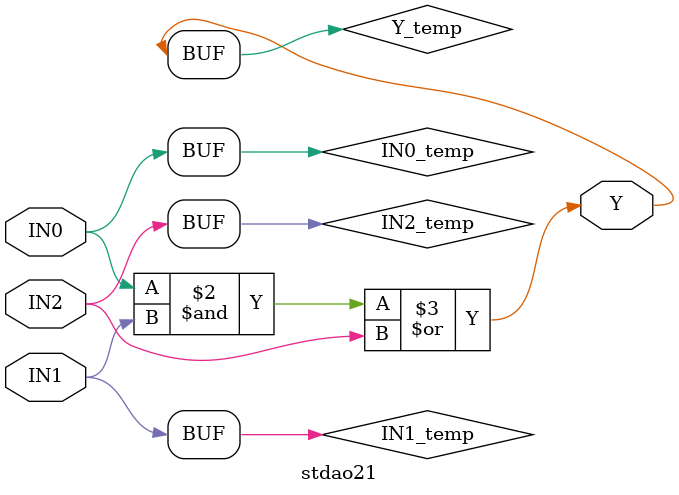
<source format=v>
module stdao21(IN0,IN1,IN2,Y);
  parameter
        d_IN0_r = 0,
        d_IN0_f = 0,
        d_IN1_r = 0,
        d_IN1_f = 0,
        d_IN2_r = 0,
        d_IN2_f = 0,
        d_Y_r = 1,
        d_Y_f = 1;
  input  IN0;
  input  IN1;
  input  IN2;
  output  Y;
  wire  IN0_temp;
  wire  IN1_temp;
  wire  IN2_temp;
  reg  Y_temp;
  assign #(d_IN0_r,d_IN0_f) IN0_temp = IN0;
  assign #(d_IN1_r,d_IN1_f) IN1_temp = IN1;
  assign #(d_IN2_r,d_IN2_f) IN2_temp = IN2;
  assign #(d_Y_r,d_Y_f) Y = Y_temp;
  always
    @(IN0_temp or IN1_temp or IN2_temp)
      begin
      Y_temp = ((IN0_temp & IN1_temp) | IN2_temp);
      end
endmodule

</source>
